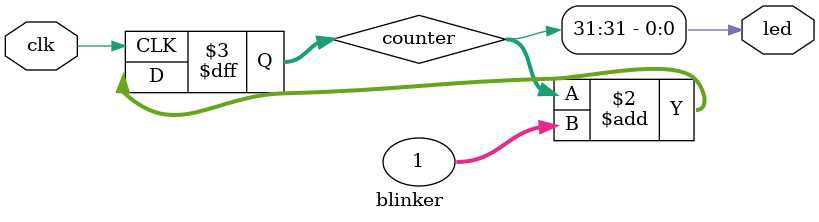
<source format=v>
module  blinker (

        output led,
        input clk
);

parameter WIDTH = 32 ;

reg [WIDTH - 1 : 0] counter ;

always @(posedge clk) begin
  counter <= counter + 1;
end

assign led = counter[WIDTH - 1] ;

endmodule

</source>
